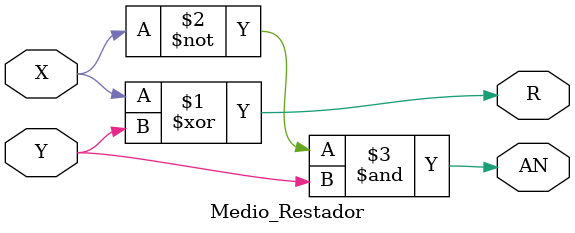
<source format=v>
/*
				**** MEDIO RESTADOR ***
				
		El presente código implementa el diseño de un medio restado a nivel compuertas lógicas
		el módulo consta de 2 entradas y 2 salidas de un bit X,Y, R=Resta, AN= Acarreo negativo
		ademas que se implementa asignamiento continuo para la asignación de las operaciones 
		con compuertas.
		
*/

//Definición del módulo y lista de puertos
module Medio_Restador(
	input X,
	input Y,
	output R,
	output AN
);
	//Asignamiento de operaciones
	assign R = X ^ Y;
	assign AN = (~X) & Y;
	
endmodule // Fin del módulo

</source>
